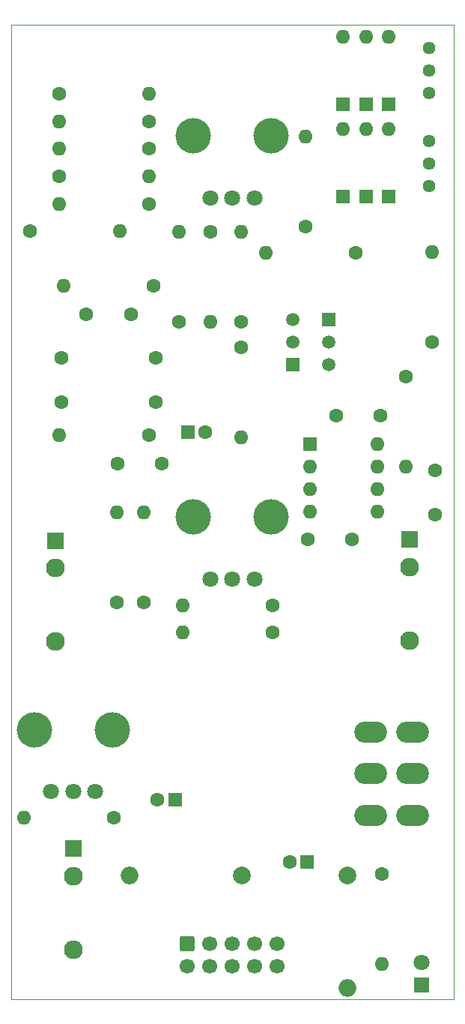
<source format=gts>
G04 #@! TF.GenerationSoftware,KiCad,Pcbnew,(6.0.6)*
G04 #@! TF.CreationDate,2022-10-26T13:54:03+02:00*
G04 #@! TF.ProjectId,MS20-VCF,4d533230-2d56-4434-962e-6b696361645f,rev?*
G04 #@! TF.SameCoordinates,Original*
G04 #@! TF.FileFunction,Soldermask,Top*
G04 #@! TF.FilePolarity,Negative*
%FSLAX46Y46*%
G04 Gerber Fmt 4.6, Leading zero omitted, Abs format (unit mm)*
G04 Created by KiCad (PCBNEW (6.0.6)) date 2022-10-26 13:54:03*
%MOMM*%
%LPD*%
G01*
G04 APERTURE LIST*
G04 Aperture macros list*
%AMRoundRect*
0 Rectangle with rounded corners*
0 $1 Rounding radius*
0 $2 $3 $4 $5 $6 $7 $8 $9 X,Y pos of 4 corners*
0 Add a 4 corners polygon primitive as box body*
4,1,4,$2,$3,$4,$5,$6,$7,$8,$9,$2,$3,0*
0 Add four circle primitives for the rounded corners*
1,1,$1+$1,$2,$3*
1,1,$1+$1,$4,$5*
1,1,$1+$1,$6,$7*
1,1,$1+$1,$8,$9*
0 Add four rect primitives between the rounded corners*
20,1,$1+$1,$2,$3,$4,$5,0*
20,1,$1+$1,$4,$5,$6,$7,0*
20,1,$1+$1,$6,$7,$8,$9,0*
20,1,$1+$1,$8,$9,$2,$3,0*%
G04 Aperture macros list end*
G04 #@! TA.AperFunction,Profile*
%ADD10C,0.050000*%
G04 #@! TD*
%ADD11C,1.600000*%
%ADD12C,4.000000*%
%ADD13C,1.800000*%
%ADD14R,1.600000X1.600000*%
%ADD15O,1.600000X1.600000*%
%ADD16R,1.930000X1.830000*%
%ADD17C,2.130000*%
%ADD18R,1.500000X1.500000*%
%ADD19C,1.500000*%
%ADD20O,3.700000X2.400000*%
%ADD21R,1.800000X1.800000*%
%ADD22C,2.000000*%
%ADD23O,2.000000X2.000000*%
%ADD24RoundRect,0.250000X-0.600000X0.600000X-0.600000X-0.600000X0.600000X-0.600000X0.600000X0.600000X0*%
%ADD25C,1.700000*%
%ADD26C,1.440000*%
G04 APERTURE END LIST*
D10*
X85000000Y-36500000D02*
X85000000Y-146500000D01*
X35000000Y-36500000D02*
X85000000Y-36500000D01*
X35000000Y-36500000D02*
X35000000Y-146500000D01*
X35000000Y-146500000D02*
X85000000Y-146500000D01*
D11*
X82900000Y-86800000D03*
X82900000Y-91800000D03*
D12*
X46400000Y-116050000D03*
X37600000Y-116050000D03*
D13*
X44500000Y-123050000D03*
X42000000Y-123050000D03*
X39500000Y-123050000D03*
D12*
X55600000Y-49050000D03*
X64400000Y-49050000D03*
D13*
X62500000Y-56050000D03*
X60000000Y-56050000D03*
X57500000Y-56050000D03*
D14*
X77700000Y-45460000D03*
D15*
X77700000Y-37840000D03*
D14*
X77700000Y-55860000D03*
D15*
X77700000Y-48240000D03*
D14*
X75100000Y-45460000D03*
D15*
X75100000Y-37840000D03*
D14*
X75100000Y-55860000D03*
D15*
X75100000Y-48240000D03*
D14*
X72500000Y-45460000D03*
D15*
X72500000Y-37840000D03*
D14*
X72500000Y-55860000D03*
D15*
X72500000Y-48240000D03*
D16*
X42000000Y-129500000D03*
D17*
X42000000Y-140900000D03*
X42000000Y-132600000D03*
D16*
X40000000Y-94720000D03*
D17*
X40000000Y-106120000D03*
X40000000Y-97820000D03*
D16*
X80000000Y-94600000D03*
D17*
X80000000Y-106000000D03*
X80000000Y-97700000D03*
D18*
X66800000Y-74840000D03*
D19*
X66800000Y-72300000D03*
X66800000Y-69760000D03*
D18*
X70900000Y-69760000D03*
D19*
X70900000Y-72300000D03*
X70900000Y-74840000D03*
D11*
X57500000Y-59840000D03*
D15*
X57500000Y-70000000D03*
D11*
X50000000Y-101660000D03*
D15*
X50000000Y-91500000D03*
D11*
X50560000Y-82800000D03*
D15*
X40400000Y-82800000D03*
D11*
X54000000Y-70000000D03*
D15*
X54000000Y-59840000D03*
D11*
X61000000Y-70000000D03*
D15*
X61000000Y-59840000D03*
D11*
X73980000Y-62200000D03*
D15*
X63820000Y-62200000D03*
D11*
X51080000Y-66000000D03*
D15*
X40920000Y-66000000D03*
D11*
X50560000Y-50500000D03*
D15*
X40400000Y-50500000D03*
D11*
X50560000Y-56700000D03*
D15*
X40400000Y-56700000D03*
D11*
X46580000Y-126000000D03*
D15*
X36420000Y-126000000D03*
D11*
X68300000Y-59300000D03*
D15*
X68300000Y-49140000D03*
D11*
X40400000Y-53600000D03*
D15*
X50560000Y-53600000D03*
D11*
X50560000Y-47400000D03*
D15*
X40400000Y-47400000D03*
D11*
X40400000Y-44300000D03*
D15*
X50560000Y-44300000D03*
D11*
X82600000Y-72280000D03*
D15*
X82600000Y-62120000D03*
D11*
X64580000Y-105100000D03*
D15*
X54420000Y-105100000D03*
D11*
X64580000Y-102000000D03*
D15*
X54420000Y-102000000D03*
D12*
X64400000Y-92050000D03*
X55600000Y-92050000D03*
D13*
X62500000Y-99050000D03*
X60000000Y-99050000D03*
X57500000Y-99050000D03*
D20*
X75600000Y-116300000D03*
X75600000Y-121000000D03*
X75600000Y-125700000D03*
X80400000Y-116300000D03*
X80400000Y-121000000D03*
X80400000Y-125700000D03*
D11*
X79600000Y-76220000D03*
D15*
X79600000Y-86380000D03*
D14*
X68800000Y-83800000D03*
D15*
X68800000Y-86340000D03*
X68800000Y-88880000D03*
X68800000Y-91420000D03*
X76420000Y-91420000D03*
X76420000Y-88880000D03*
X76420000Y-86340000D03*
X76420000Y-83800000D03*
D11*
X43500000Y-69200000D03*
X48500000Y-69200000D03*
X46900000Y-101660000D03*
D15*
X46900000Y-91500000D03*
D11*
X37100000Y-59800000D03*
D15*
X47260000Y-59800000D03*
D11*
X61000000Y-72920000D03*
D15*
X61000000Y-83080000D03*
D11*
X76700000Y-80600000D03*
X71700000Y-80600000D03*
X73500000Y-94600000D03*
X68500000Y-94600000D03*
D14*
X68455112Y-131000000D03*
D11*
X66455112Y-131000000D03*
D14*
X53500000Y-124000000D03*
D11*
X51500000Y-124000000D03*
D14*
X54944888Y-82500000D03*
D11*
X56944888Y-82500000D03*
D21*
X81400000Y-144875000D03*
D13*
X81400000Y-142335000D03*
D22*
X61050000Y-132500000D03*
D23*
X48350000Y-132500000D03*
D24*
X54925000Y-140247500D03*
D25*
X54925000Y-142787500D03*
X57465000Y-140247500D03*
X57465000Y-142787500D03*
X60005000Y-140247500D03*
X60005000Y-142787500D03*
X62545000Y-140247500D03*
X62545000Y-142787500D03*
X65085000Y-140247500D03*
X65085000Y-142787500D03*
D26*
X82200000Y-44180000D03*
X82200000Y-41640000D03*
X82200000Y-39100000D03*
X82200000Y-54720000D03*
X82200000Y-52180000D03*
X82200000Y-49640000D03*
D11*
X76900000Y-132320000D03*
D15*
X76900000Y-142480000D03*
D22*
X73000000Y-132500000D03*
D23*
X73000000Y-145200000D03*
D11*
X47000000Y-86000000D03*
X52000000Y-86000000D03*
X51300000Y-74100000D03*
X51300000Y-79100000D03*
X40700000Y-79100000D03*
X40700000Y-74100000D03*
M02*

</source>
